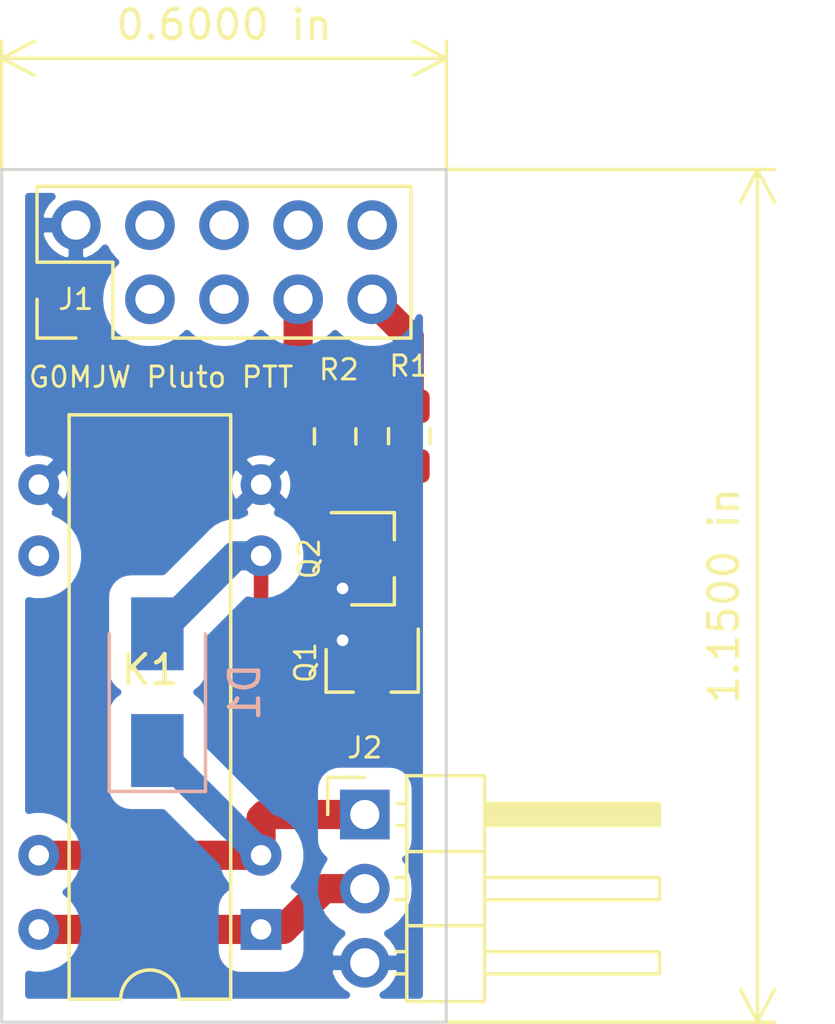
<source format=kicad_pcb>
(kicad_pcb (version 20171130) (host pcbnew "(5.1.2)-2")

  (general
    (thickness 1.6)
    (drawings 7)
    (tracks 30)
    (zones 0)
    (modules 8)
    (nets 15)
  )

  (page A4)
  (layers
    (0 F.Cu signal)
    (31 B.Cu signal)
    (32 B.Adhes user)
    (33 F.Adhes user)
    (34 B.Paste user)
    (35 F.Paste user)
    (36 B.SilkS user)
    (37 F.SilkS user)
    (38 B.Mask user)
    (39 F.Mask user)
    (40 Dwgs.User user hide)
    (41 Cmts.User user hide)
    (42 Eco1.User user)
    (43 Eco2.User user)
    (44 Edge.Cuts user)
    (45 Margin user)
    (46 B.CrtYd user)
    (47 F.CrtYd user)
    (48 B.Fab user hide)
    (49 F.Fab user hide)
  )

  (setup
    (last_trace_width 1)
    (user_trace_width 0.5)
    (user_trace_width 1)
    (user_trace_width 1.5)
    (user_trace_width 2)
    (trace_clearance 0.2)
    (zone_clearance 0.75)
    (zone_45_only no)
    (trace_min 0.2)
    (via_size 0.8)
    (via_drill 0.4)
    (via_min_size 0.4)
    (via_min_drill 0.3)
    (uvia_size 0.3)
    (uvia_drill 0.1)
    (uvias_allowed no)
    (uvia_min_size 0.2)
    (uvia_min_drill 0.1)
    (edge_width 0.05)
    (segment_width 0.2)
    (pcb_text_width 0.3)
    (pcb_text_size 1.5 1.5)
    (mod_edge_width 0.12)
    (mod_text_size 1 1)
    (mod_text_width 0.15)
    (pad_size 1.7 1.7)
    (pad_drill 0)
    (pad_to_mask_clearance 0.051)
    (solder_mask_min_width 0.25)
    (aux_axis_origin 0 0)
    (visible_elements 7FFFFFFF)
    (pcbplotparams
      (layerselection 0x010fc_ffffffff)
      (usegerberextensions false)
      (usegerberattributes false)
      (usegerberadvancedattributes false)
      (creategerberjobfile false)
      (excludeedgelayer true)
      (linewidth 0.100000)
      (plotframeref false)
      (viasonmask false)
      (mode 1)
      (useauxorigin false)
      (hpglpennumber 1)
      (hpglpenspeed 20)
      (hpglpendiameter 15.000000)
      (psnegative false)
      (psa4output false)
      (plotreference true)
      (plotvalue true)
      (plotinvisibletext false)
      (padsonsilk false)
      (subtractmaskfromsilk false)
      (outputformat 1)
      (mirror false)
      (drillshape 0)
      (scaleselection 1)
      (outputdirectory ""))
  )

  (net 0 "")
  (net 1 PTT)
  (net 2 "Net-(Q1-Pad1)")
  (net 3 "Net-(Q2-Pad1)")
  (net 4 GPIO_GND)
  (net 5 DAC3)
  (net 6 DAC1)
  (net 7 GPO2)
  (net 8 GPO3)
  (net 9 GPO1)
  (net 10 VDD_GPO)
  (net 11 GPO0)
  (net 12 ADC)
  (net 13 VCC)
  (net 14 "Net-(D1-Pad2)")

  (net_class Default "This is the default net class."
    (clearance 0.2)
    (trace_width 0.25)
    (via_dia 0.8)
    (via_drill 0.4)
    (uvia_dia 0.3)
    (uvia_drill 0.1)
    (add_net ADC)
    (add_net DAC1)
    (add_net DAC3)
    (add_net GPIO_GND)
    (add_net GPO0)
    (add_net GPO1)
    (add_net GPO2)
    (add_net GPO3)
    (add_net "Net-(D1-Pad2)")
    (add_net "Net-(Q1-Pad1)")
    (add_net "Net-(Q2-Pad1)")
    (add_net PTT)
    (add_net VCC)
    (add_net VDD_GPO)
  )

  (module Diode_SMD:D_SMA (layer B.Cu) (tedit 586432E5) (tstamp 5E0E5C24)
    (at 70.104 59.182 90)
    (descr "Diode SMA (DO-214AC)")
    (tags "Diode SMA (DO-214AC)")
    (path /5E14F73A)
    (attr smd)
    (fp_text reference D1 (at 0 3 270) (layer B.SilkS)
      (effects (font (size 1 1) (thickness 0.15)) (justify mirror))
    )
    (fp_text value 1N4148 (at 0 -3 270) (layer B.Fab)
      (effects (font (size 1 1) (thickness 0.15)) (justify mirror))
    )
    (fp_line (start -3.4 1.65) (end 2 1.65) (layer B.SilkS) (width 0.12))
    (fp_line (start -3.4 -1.65) (end 2 -1.65) (layer B.SilkS) (width 0.12))
    (fp_line (start -0.64944 -0.00102) (end 0.50118 0.79908) (layer B.Fab) (width 0.1))
    (fp_line (start -0.64944 -0.00102) (end 0.50118 -0.75032) (layer B.Fab) (width 0.1))
    (fp_line (start 0.50118 -0.75032) (end 0.50118 0.79908) (layer B.Fab) (width 0.1))
    (fp_line (start -0.64944 0.79908) (end -0.64944 -0.80112) (layer B.Fab) (width 0.1))
    (fp_line (start 0.50118 -0.00102) (end 1.4994 -0.00102) (layer B.Fab) (width 0.1))
    (fp_line (start -0.64944 -0.00102) (end -1.55114 -0.00102) (layer B.Fab) (width 0.1))
    (fp_line (start -3.5 -1.75) (end -3.5 1.75) (layer B.CrtYd) (width 0.05))
    (fp_line (start 3.5 -1.75) (end -3.5 -1.75) (layer B.CrtYd) (width 0.05))
    (fp_line (start 3.5 1.75) (end 3.5 -1.75) (layer B.CrtYd) (width 0.05))
    (fp_line (start -3.5 1.75) (end 3.5 1.75) (layer B.CrtYd) (width 0.05))
    (fp_line (start 2.3 1.5) (end -2.3 1.5) (layer B.Fab) (width 0.1))
    (fp_line (start 2.3 1.5) (end 2.3 -1.5) (layer B.Fab) (width 0.1))
    (fp_line (start -2.3 -1.5) (end -2.3 1.5) (layer B.Fab) (width 0.1))
    (fp_line (start 2.3 -1.5) (end -2.3 -1.5) (layer B.Fab) (width 0.1))
    (fp_line (start -3.4 1.65) (end -3.4 -1.65) (layer B.SilkS) (width 0.12))
    (fp_text user %R (at 0 3 270) (layer B.Fab)
      (effects (font (size 1 1) (thickness 0.15)) (justify mirror))
    )
    (pad 2 smd rect (at 2 0 90) (size 2.5 1.8) (layers B.Cu B.Paste B.Mask)
      (net 14 "Net-(D1-Pad2)"))
    (pad 1 smd rect (at -2 0 90) (size 2.5 1.8) (layers B.Cu B.Paste B.Mask)
      (net 13 VCC))
    (model ${KISYS3DMOD}/Diode_SMD.3dshapes/D_SMA.wrl
      (at (xyz 0 0 0))
      (scale (xyz 1 1 1))
      (rotate (xyz 0 0 0))
    )
  )

  (module Relay_THT:Relay_StandexMeder_DIP_LowProfile (layer F.Cu) (tedit 5E0E0891) (tstamp 5E0DF870)
    (at 73.66 67.31 180)
    (descr "package for Standex Meder DIP reed relay series, see https://standexelectronics.com/wp-content/uploads/datasheet_reed_relay_DIP.pdf")
    (tags "DIL DIP PDIP 2.54mm 7.62mm 300mil reed relay")
    (path /5DF3E046)
    (fp_text reference K1 (at 3.81 8.89) (layer F.SilkS)
      (effects (font (size 1 1) (thickness 0.15)))
    )
    (fp_text value HE721A0510 (at 3.81 18.63) (layer F.Fab)
      (effects (font (size 1 1) (thickness 0.15)))
    )
    (fp_text user %R (at 3.815 7.62) (layer F.Fab)
      (effects (font (size 1 1) (thickness 0.15)))
    )
    (fp_line (start 1.64 -2.27) (end 6.99 -2.27) (layer F.Fab) (width 0.1))
    (fp_line (start 6.99 -2.27) (end 6.99 17.51) (layer F.Fab) (width 0.1))
    (fp_line (start 6.99 17.51) (end 0.64 17.51) (layer F.Fab) (width 0.1))
    (fp_line (start 0.64 17.51) (end 0.64 -1.27) (layer F.Fab) (width 0.1))
    (fp_line (start 0.64 -1.27) (end 1.64 -2.27) (layer F.Fab) (width 0.1))
    (fp_line (start 2.81 -2.39) (end 1.04 -2.39) (layer F.SilkS) (width 0.12))
    (fp_line (start 1.04 -2.39) (end 1.04 17.63) (layer F.SilkS) (width 0.12))
    (fp_line (start 1.04 17.63) (end 6.58 17.63) (layer F.SilkS) (width 0.12))
    (fp_line (start 6.58 17.63) (end 6.58 -2.39) (layer F.SilkS) (width 0.12))
    (fp_line (start 6.58 -2.39) (end 4.81 -2.39) (layer F.SilkS) (width 0.12))
    (fp_line (start -1.1 -2.6) (end -1.1 17.8) (layer F.CrtYd) (width 0.05))
    (fp_line (start -1.1 17.8) (end 8.7 17.8) (layer F.CrtYd) (width 0.05))
    (fp_line (start 8.7 17.8) (end 8.7 -2.6) (layer F.CrtYd) (width 0.05))
    (fp_line (start 8.7 -2.6) (end -1.1 -2.6) (layer F.CrtYd) (width 0.05))
    (fp_arc (start 3.81 -2.39) (end 2.81 -2.39) (angle -180) (layer F.SilkS) (width 0.12))
    (pad 13 thru_hole circle (at 7.62 2.54 180) (size 1.4 1.4) (drill 0.7) (layers *.Cu *.Mask)
      (net 13 VCC))
    (pad 9 thru_hole circle (at 7.62 12.8 180) (size 1.4 1.4) (drill 0.7) (layers *.Cu *.Mask))
    (pad 6 thru_hole circle (at 0 12.8 180) (size 1.4 1.4) (drill 0.7) (layers *.Cu *.Mask)
      (net 14 "Net-(D1-Pad2)"))
    (pad 2 thru_hole circle (at 0 2.54 180) (size 1.4 1.4) (drill 0.7) (layers *.Cu *.Mask)
      (net 13 VCC))
    (pad 1 thru_hole rect (at 0 0 180) (size 1.4 1.4) (drill 0.7) (layers *.Cu *.Mask)
      (net 1 PTT))
    (pad 8 thru_hole circle (at 7.62 15.24 180) (size 1.4 1.4) (drill 0.7) (layers *.Cu *.Mask)
      (net 4 GPIO_GND))
    (pad 7 thru_hole circle (at 0 15.24 180) (size 1.4 1.4) (drill 0.7) (layers *.Cu *.Mask)
      (net 4 GPIO_GND))
    (pad 14 thru_hole circle (at 7.62 0 180) (size 1.4 1.4) (drill 0.7) (layers *.Cu *.Mask)
      (net 1 PTT))
    (model ${KISYS3DMOD}/Relay_THT.3dshapes/Relay_StandexMeder_DIP_LowProfile.wrl
      (at (xyz 0 0 0))
      (scale (xyz 1 1 1))
      (rotate (xyz 0 0 0))
    )
  )

  (module Connector_PinHeader_2.54mm:PinHeader_2x05_P2.54mm_Vertical (layer F.Cu) (tedit 5E0E020B) (tstamp 5E0DF811)
    (at 67.31 45.72 90)
    (descr "Through hole straight pin header, 2x05, 2.54mm pitch, double rows")
    (tags "Through hole pin header THT 2x05 2.54mm double row")
    (path /5DF47BC4)
    (fp_text reference J1 (at 0 0) (layer F.SilkS)
      (effects (font (size 0.7 0.7) (thickness 0.1)))
    )
    (fp_text value "IO Connector" (at 1.27 12.49 90) (layer F.Fab)
      (effects (font (size 1 1) (thickness 0.15)))
    )
    (fp_line (start 0 -1.27) (end 3.81 -1.27) (layer F.Fab) (width 0.1))
    (fp_line (start 3.81 -1.27) (end 3.81 11.43) (layer F.Fab) (width 0.1))
    (fp_line (start 3.81 11.43) (end -1.27 11.43) (layer F.Fab) (width 0.1))
    (fp_line (start -1.27 11.43) (end -1.27 0) (layer F.Fab) (width 0.1))
    (fp_line (start -1.27 0) (end 0 -1.27) (layer F.Fab) (width 0.1))
    (fp_line (start -1.33 11.49) (end 3.87 11.49) (layer F.SilkS) (width 0.12))
    (fp_line (start -1.33 1.27) (end -1.33 11.49) (layer F.SilkS) (width 0.12))
    (fp_line (start 3.87 -1.33) (end 3.87 11.49) (layer F.SilkS) (width 0.12))
    (fp_line (start -1.33 1.27) (end 1.27 1.27) (layer F.SilkS) (width 0.12))
    (fp_line (start 1.27 1.27) (end 1.27 -1.33) (layer F.SilkS) (width 0.12))
    (fp_line (start 1.27 -1.33) (end 3.87 -1.33) (layer F.SilkS) (width 0.12))
    (fp_line (start -1.33 0) (end -1.33 -1.33) (layer F.SilkS) (width 0.12))
    (fp_line (start -1.33 -1.33) (end 0 -1.33) (layer F.SilkS) (width 0.12))
    (fp_line (start -1.8 -1.8) (end -1.8 11.95) (layer F.CrtYd) (width 0.05))
    (fp_line (start -1.8 11.95) (end 4.35 11.95) (layer F.CrtYd) (width 0.05))
    (fp_line (start 4.35 11.95) (end 4.35 -1.8) (layer F.CrtYd) (width 0.05))
    (fp_line (start 4.35 -1.8) (end -1.8 -1.8) (layer F.CrtYd) (width 0.05))
    (fp_text user %R (at 1.27 5.08 180) (layer F.Fab)
      (effects (font (size 1 1) (thickness 0.15)))
    )
    (pad 2 thru_hole oval (at 2.54 0 90) (size 1.7 1.7) (drill 1) (layers *.Cu *.Mask)
      (net 4 GPIO_GND))
    (pad 3 thru_hole oval (at 0 2.54 90) (size 1.7 1.7) (drill 1) (layers *.Cu *.Mask)
      (net 5 DAC3))
    (pad 4 thru_hole oval (at 2.54 2.54 90) (size 1.7 1.7) (drill 1) (layers *.Cu *.Mask)
      (net 6 DAC1))
    (pad 5 thru_hole oval (at 0 5.08 90) (size 1.7 1.7) (drill 1) (layers *.Cu *.Mask)
      (net 7 GPO2))
    (pad 6 thru_hole oval (at 2.54 5.08 90) (size 1.7 1.7) (drill 1) (layers *.Cu *.Mask)
      (net 8 GPO3))
    (pad 7 thru_hole oval (at 0 7.62 90) (size 1.7 1.7) (drill 1) (layers *.Cu *.Mask)
      (net 9 GPO1))
    (pad 8 thru_hole oval (at 2.54 7.62 90) (size 1.7 1.7) (drill 1) (layers *.Cu *.Mask)
      (net 10 VDD_GPO))
    (pad 9 thru_hole oval (at 0 10.16 90) (size 1.7 1.7) (drill 1) (layers *.Cu *.Mask)
      (net 11 GPO0))
    (pad 10 thru_hole oval (at 2.54 10.16 90) (size 1.7 1.7) (drill 1) (layers *.Cu *.Mask)
      (net 12 ADC))
    (model ${KISYS3DMOD}/Connector_PinHeader_2.54mm.3dshapes/PinHeader_1x04_P2.54mm_Vertical.wrl
      (offset (xyz 0 -2.504 -1.6))
      (scale (xyz 1 1 1))
      (rotate (xyz 0 180 0))
    )
    (model ${KISYS3DMOD}/Connector_PinHeader_2.54mm.3dshapes/PinHeader_1x05_P2.54mm_Vertical.wrl
      (offset (xyz 2.54 0 -1.6))
      (scale (xyz 1 1 1))
      (rotate (xyz 0 180 0))
    )
  )

  (module Package_TO_SOT_SMD:SOT-23 (layer F.Cu) (tedit 5A02FF57) (tstamp 5DF412B0)
    (at 77.47 58.42 270)
    (descr "SOT-23, Standard")
    (tags SOT-23)
    (path /5DF46CB0)
    (attr smd)
    (fp_text reference Q1 (at -0.254 2.286 270) (layer F.SilkS)
      (effects (font (size 0.7 0.7) (thickness 0.1)))
    )
    (fp_text value MMBT3904 (at 0 2.5 90) (layer F.Fab)
      (effects (font (size 1 1) (thickness 0.15)))
    )
    (fp_text user %R (at 0 0) (layer F.Fab)
      (effects (font (size 0.5 0.5) (thickness 0.075)))
    )
    (fp_line (start -0.7 -0.95) (end -0.7 1.5) (layer F.Fab) (width 0.1))
    (fp_line (start -0.15 -1.52) (end 0.7 -1.52) (layer F.Fab) (width 0.1))
    (fp_line (start -0.7 -0.95) (end -0.15 -1.52) (layer F.Fab) (width 0.1))
    (fp_line (start 0.7 -1.52) (end 0.7 1.52) (layer F.Fab) (width 0.1))
    (fp_line (start -0.7 1.52) (end 0.7 1.52) (layer F.Fab) (width 0.1))
    (fp_line (start 0.76 1.58) (end 0.76 0.65) (layer F.SilkS) (width 0.12))
    (fp_line (start 0.76 -1.58) (end 0.76 -0.65) (layer F.SilkS) (width 0.12))
    (fp_line (start -1.7 -1.75) (end 1.7 -1.75) (layer F.CrtYd) (width 0.05))
    (fp_line (start 1.7 -1.75) (end 1.7 1.75) (layer F.CrtYd) (width 0.05))
    (fp_line (start 1.7 1.75) (end -1.7 1.75) (layer F.CrtYd) (width 0.05))
    (fp_line (start -1.7 1.75) (end -1.7 -1.75) (layer F.CrtYd) (width 0.05))
    (fp_line (start 0.76 -1.58) (end -1.4 -1.58) (layer F.SilkS) (width 0.12))
    (fp_line (start 0.76 1.58) (end -0.7 1.58) (layer F.SilkS) (width 0.12))
    (pad 1 smd rect (at -1 -0.95 270) (size 0.9 0.8) (layers F.Cu F.Paste F.Mask)
      (net 2 "Net-(Q1-Pad1)"))
    (pad 2 smd rect (at -1 0.95 270) (size 0.9 0.8) (layers F.Cu F.Paste F.Mask)
      (net 4 GPIO_GND))
    (pad 3 smd rect (at 1 0 270) (size 0.9 0.8) (layers F.Cu F.Paste F.Mask)
      (net 14 "Net-(D1-Pad2)"))
    (model ${KISYS3DMOD}/Package_TO_SOT_SMD.3dshapes/SOT-23.wrl
      (at (xyz 0 0 0))
      (scale (xyz 1 1 1))
      (rotate (xyz 0 0 0))
    )
  )

  (module Resistor_SMD:R_0805_2012Metric_Pad1.15x1.40mm_HandSolder (layer F.Cu) (tedit 5B36C52B) (tstamp 5DF40FFF)
    (at 78.74 50.41 90)
    (descr "Resistor SMD 0805 (2012 Metric), square (rectangular) end terminal, IPC_7351 nominal with elongated pad for handsoldering. (Body size source: https://docs.google.com/spreadsheets/d/1BsfQQcO9C6DZCsRaXUlFlo91Tg2WpOkGARC1WS5S8t0/edit?usp=sharing), generated with kicad-footprint-generator")
    (tags "resistor handsolder")
    (path /5DF4265A)
    (attr smd)
    (fp_text reference R1 (at 2.404 0 180) (layer F.SilkS)
      (effects (font (size 0.7 0.7) (thickness 0.1)))
    )
    (fp_text value 4k7 (at 0 1.65 90) (layer F.Fab)
      (effects (font (size 1 1) (thickness 0.15)))
    )
    (fp_line (start -1 0.6) (end -1 -0.6) (layer F.Fab) (width 0.1))
    (fp_line (start -1 -0.6) (end 1 -0.6) (layer F.Fab) (width 0.1))
    (fp_line (start 1 -0.6) (end 1 0.6) (layer F.Fab) (width 0.1))
    (fp_line (start 1 0.6) (end -1 0.6) (layer F.Fab) (width 0.1))
    (fp_line (start -0.261252 -0.71) (end 0.261252 -0.71) (layer F.SilkS) (width 0.12))
    (fp_line (start -0.261252 0.71) (end 0.261252 0.71) (layer F.SilkS) (width 0.12))
    (fp_line (start -1.85 0.95) (end -1.85 -0.95) (layer F.CrtYd) (width 0.05))
    (fp_line (start -1.85 -0.95) (end 1.85 -0.95) (layer F.CrtYd) (width 0.05))
    (fp_line (start 1.85 -0.95) (end 1.85 0.95) (layer F.CrtYd) (width 0.05))
    (fp_line (start 1.85 0.95) (end -1.85 0.95) (layer F.CrtYd) (width 0.05))
    (fp_text user %R (at 0 0 90) (layer F.Fab)
      (effects (font (size 0.5 0.5) (thickness 0.08)))
    )
    (pad 1 smd roundrect (at -1.025 0 90) (size 1.15 1.4) (layers F.Cu F.Paste F.Mask) (roundrect_rratio 0.217391)
      (net 2 "Net-(Q1-Pad1)"))
    (pad 2 smd roundrect (at 1.025 0 90) (size 1.15 1.4) (layers F.Cu F.Paste F.Mask) (roundrect_rratio 0.217391)
      (net 11 GPO0))
    (model ${KISYS3DMOD}/Resistor_SMD.3dshapes/R_0805_2012Metric.wrl
      (at (xyz 0 0 0))
      (scale (xyz 1 1 1))
      (rotate (xyz 0 0 0))
    )
  )

  (module Package_TO_SOT_SMD:SOT-23 (layer F.Cu) (tedit 5A02FF57) (tstamp 5DF4C4C8)
    (at 77.47 54.61)
    (descr "SOT-23, Standard")
    (tags SOT-23)
    (path /5DF4D748)
    (attr smd)
    (fp_text reference Q2 (at -2.159 0 90) (layer F.SilkS)
      (effects (font (size 0.7 0.7) (thickness 0.1)))
    )
    (fp_text value MMBT3904 (at 0 2.5) (layer F.Fab)
      (effects (font (size 1 1) (thickness 0.15)))
    )
    (fp_text user %R (at 0 0 -270) (layer F.Fab)
      (effects (font (size 0.5 0.5) (thickness 0.075)))
    )
    (fp_line (start -0.7 -0.95) (end -0.7 1.5) (layer F.Fab) (width 0.1))
    (fp_line (start -0.15 -1.52) (end 0.7 -1.52) (layer F.Fab) (width 0.1))
    (fp_line (start -0.7 -0.95) (end -0.15 -1.52) (layer F.Fab) (width 0.1))
    (fp_line (start 0.7 -1.52) (end 0.7 1.52) (layer F.Fab) (width 0.1))
    (fp_line (start -0.7 1.52) (end 0.7 1.52) (layer F.Fab) (width 0.1))
    (fp_line (start 0.76 1.58) (end 0.76 0.65) (layer F.SilkS) (width 0.12))
    (fp_line (start 0.76 -1.58) (end 0.76 -0.65) (layer F.SilkS) (width 0.12))
    (fp_line (start -1.7 -1.75) (end 1.7 -1.75) (layer F.CrtYd) (width 0.05))
    (fp_line (start 1.7 -1.75) (end 1.7 1.75) (layer F.CrtYd) (width 0.05))
    (fp_line (start 1.7 1.75) (end -1.7 1.75) (layer F.CrtYd) (width 0.05))
    (fp_line (start -1.7 1.75) (end -1.7 -1.75) (layer F.CrtYd) (width 0.05))
    (fp_line (start 0.76 -1.58) (end -1.4 -1.58) (layer F.SilkS) (width 0.12))
    (fp_line (start 0.76 1.58) (end -0.7 1.58) (layer F.SilkS) (width 0.12))
    (pad 1 smd rect (at -1 -0.95) (size 0.9 0.8) (layers F.Cu F.Paste F.Mask)
      (net 3 "Net-(Q2-Pad1)"))
    (pad 2 smd rect (at -1 0.95) (size 0.9 0.8) (layers F.Cu F.Paste F.Mask)
      (net 4 GPIO_GND))
    (pad 3 smd rect (at 1 0) (size 0.9 0.8) (layers F.Cu F.Paste F.Mask)
      (net 2 "Net-(Q1-Pad1)"))
    (model ${KISYS3DMOD}/Package_TO_SOT_SMD.3dshapes/SOT-23.wrl
      (at (xyz 0 0 0))
      (scale (xyz 1 1 1))
      (rotate (xyz 0 0 0))
    )
  )

  (module Connector_PinHeader_2.54mm:PinHeader_1x03_P2.54mm_Horizontal (layer F.Cu) (tedit 59FED5CB) (tstamp 5E0DF86F)
    (at 77.216 63.373)
    (descr "Through hole angled pin header, 1x03, 2.54mm pitch, 6mm pin length, single row")
    (tags "Through hole angled pin header THT 1x03 2.54mm single row")
    (path /5E0E6332)
    (fp_text reference J2 (at 0 -2.286) (layer F.SilkS)
      (effects (font (size 0.7 0.7) (thickness 0.1)))
    )
    (fp_text value "PTT Connector" (at 4.385 7.35) (layer F.Fab)
      (effects (font (size 1 1) (thickness 0.15)))
    )
    (fp_line (start 2.135 -1.27) (end 4.04 -1.27) (layer F.Fab) (width 0.1))
    (fp_line (start 4.04 -1.27) (end 4.04 6.35) (layer F.Fab) (width 0.1))
    (fp_line (start 4.04 6.35) (end 1.5 6.35) (layer F.Fab) (width 0.1))
    (fp_line (start 1.5 6.35) (end 1.5 -0.635) (layer F.Fab) (width 0.1))
    (fp_line (start 1.5 -0.635) (end 2.135 -1.27) (layer F.Fab) (width 0.1))
    (fp_line (start -0.32 -0.32) (end 1.5 -0.32) (layer F.Fab) (width 0.1))
    (fp_line (start -0.32 -0.32) (end -0.32 0.32) (layer F.Fab) (width 0.1))
    (fp_line (start -0.32 0.32) (end 1.5 0.32) (layer F.Fab) (width 0.1))
    (fp_line (start 4.04 -0.32) (end 10.04 -0.32) (layer F.Fab) (width 0.1))
    (fp_line (start 10.04 -0.32) (end 10.04 0.32) (layer F.Fab) (width 0.1))
    (fp_line (start 4.04 0.32) (end 10.04 0.32) (layer F.Fab) (width 0.1))
    (fp_line (start -0.32 2.22) (end 1.5 2.22) (layer F.Fab) (width 0.1))
    (fp_line (start -0.32 2.22) (end -0.32 2.86) (layer F.Fab) (width 0.1))
    (fp_line (start -0.32 2.86) (end 1.5 2.86) (layer F.Fab) (width 0.1))
    (fp_line (start 4.04 2.22) (end 10.04 2.22) (layer F.Fab) (width 0.1))
    (fp_line (start 10.04 2.22) (end 10.04 2.86) (layer F.Fab) (width 0.1))
    (fp_line (start 4.04 2.86) (end 10.04 2.86) (layer F.Fab) (width 0.1))
    (fp_line (start -0.32 4.76) (end 1.5 4.76) (layer F.Fab) (width 0.1))
    (fp_line (start -0.32 4.76) (end -0.32 5.4) (layer F.Fab) (width 0.1))
    (fp_line (start -0.32 5.4) (end 1.5 5.4) (layer F.Fab) (width 0.1))
    (fp_line (start 4.04 4.76) (end 10.04 4.76) (layer F.Fab) (width 0.1))
    (fp_line (start 10.04 4.76) (end 10.04 5.4) (layer F.Fab) (width 0.1))
    (fp_line (start 4.04 5.4) (end 10.04 5.4) (layer F.Fab) (width 0.1))
    (fp_line (start 1.44 -1.33) (end 1.44 6.41) (layer F.SilkS) (width 0.12))
    (fp_line (start 1.44 6.41) (end 4.1 6.41) (layer F.SilkS) (width 0.12))
    (fp_line (start 4.1 6.41) (end 4.1 -1.33) (layer F.SilkS) (width 0.12))
    (fp_line (start 4.1 -1.33) (end 1.44 -1.33) (layer F.SilkS) (width 0.12))
    (fp_line (start 4.1 -0.38) (end 10.1 -0.38) (layer F.SilkS) (width 0.12))
    (fp_line (start 10.1 -0.38) (end 10.1 0.38) (layer F.SilkS) (width 0.12))
    (fp_line (start 10.1 0.38) (end 4.1 0.38) (layer F.SilkS) (width 0.12))
    (fp_line (start 4.1 -0.32) (end 10.1 -0.32) (layer F.SilkS) (width 0.12))
    (fp_line (start 4.1 -0.2) (end 10.1 -0.2) (layer F.SilkS) (width 0.12))
    (fp_line (start 4.1 -0.08) (end 10.1 -0.08) (layer F.SilkS) (width 0.12))
    (fp_line (start 4.1 0.04) (end 10.1 0.04) (layer F.SilkS) (width 0.12))
    (fp_line (start 4.1 0.16) (end 10.1 0.16) (layer F.SilkS) (width 0.12))
    (fp_line (start 4.1 0.28) (end 10.1 0.28) (layer F.SilkS) (width 0.12))
    (fp_line (start 1.11 -0.38) (end 1.44 -0.38) (layer F.SilkS) (width 0.12))
    (fp_line (start 1.11 0.38) (end 1.44 0.38) (layer F.SilkS) (width 0.12))
    (fp_line (start 1.44 1.27) (end 4.1 1.27) (layer F.SilkS) (width 0.12))
    (fp_line (start 4.1 2.16) (end 10.1 2.16) (layer F.SilkS) (width 0.12))
    (fp_line (start 10.1 2.16) (end 10.1 2.92) (layer F.SilkS) (width 0.12))
    (fp_line (start 10.1 2.92) (end 4.1 2.92) (layer F.SilkS) (width 0.12))
    (fp_line (start 1.042929 2.16) (end 1.44 2.16) (layer F.SilkS) (width 0.12))
    (fp_line (start 1.042929 2.92) (end 1.44 2.92) (layer F.SilkS) (width 0.12))
    (fp_line (start 1.44 3.81) (end 4.1 3.81) (layer F.SilkS) (width 0.12))
    (fp_line (start 4.1 4.7) (end 10.1 4.7) (layer F.SilkS) (width 0.12))
    (fp_line (start 10.1 4.7) (end 10.1 5.46) (layer F.SilkS) (width 0.12))
    (fp_line (start 10.1 5.46) (end 4.1 5.46) (layer F.SilkS) (width 0.12))
    (fp_line (start 1.042929 4.7) (end 1.44 4.7) (layer F.SilkS) (width 0.12))
    (fp_line (start 1.042929 5.46) (end 1.44 5.46) (layer F.SilkS) (width 0.12))
    (fp_line (start -1.27 0) (end -1.27 -1.27) (layer F.SilkS) (width 0.12))
    (fp_line (start -1.27 -1.27) (end 0 -1.27) (layer F.SilkS) (width 0.12))
    (fp_line (start -1.8 -1.8) (end -1.8 6.85) (layer F.CrtYd) (width 0.05))
    (fp_line (start -1.8 6.85) (end 10.55 6.85) (layer F.CrtYd) (width 0.05))
    (fp_line (start 10.55 6.85) (end 10.55 -1.8) (layer F.CrtYd) (width 0.05))
    (fp_line (start 10.55 -1.8) (end -1.8 -1.8) (layer F.CrtYd) (width 0.05))
    (fp_text user %R (at 2.77 2.54 90) (layer F.Fab)
      (effects (font (size 1 1) (thickness 0.15)))
    )
    (pad 1 thru_hole rect (at 0 0) (size 1.7 1.7) (drill 1) (layers *.Cu *.Mask)
      (net 13 VCC))
    (pad 2 thru_hole oval (at 0 2.54) (size 1.7 1.7) (drill 1) (layers *.Cu *.Mask)
      (net 1 PTT))
    (pad 3 thru_hole oval (at 0 5.08) (size 1.7 1.7) (drill 1) (layers *.Cu *.Mask)
      (net 4 GPIO_GND))
    (model ${KISYS3DMOD}/Connector_PinHeader_2.54mm.3dshapes/PinHeader_1x03_P2.54mm_Horizontal.wrl
      (at (xyz 0 0 0))
      (scale (xyz 1 1 1))
      (rotate (xyz 0 0 0))
    )
  )

  (module Resistor_SMD:R_0805_2012Metric_Pad1.15x1.40mm_HandSolder (layer F.Cu) (tedit 5B36C52B) (tstamp 5E0DFFAC)
    (at 76.2 50.419 90)
    (descr "Resistor SMD 0805 (2012 Metric), square (rectangular) end terminal, IPC_7351 nominal with elongated pad for handsoldering. (Body size source: https://docs.google.com/spreadsheets/d/1BsfQQcO9C6DZCsRaXUlFlo91Tg2WpOkGARC1WS5S8t0/edit?usp=sharing), generated with kicad-footprint-generator")
    (tags "resistor handsolder")
    (path /5DF45CC4)
    (attr smd)
    (fp_text reference R2 (at 2.286 0.127 180) (layer F.SilkS)
      (effects (font (size 0.7 0.7) (thickness 0.1)))
    )
    (fp_text value 4k7 (at 0 1.65 90) (layer F.Fab)
      (effects (font (size 1 1) (thickness 0.15)))
    )
    (fp_line (start -1 0.6) (end -1 -0.6) (layer F.Fab) (width 0.1))
    (fp_line (start -1 -0.6) (end 1 -0.6) (layer F.Fab) (width 0.1))
    (fp_line (start 1 -0.6) (end 1 0.6) (layer F.Fab) (width 0.1))
    (fp_line (start 1 0.6) (end -1 0.6) (layer F.Fab) (width 0.1))
    (fp_line (start -0.261252 -0.71) (end 0.261252 -0.71) (layer F.SilkS) (width 0.12))
    (fp_line (start -0.261252 0.71) (end 0.261252 0.71) (layer F.SilkS) (width 0.12))
    (fp_line (start -1.85 0.95) (end -1.85 -0.95) (layer F.CrtYd) (width 0.05))
    (fp_line (start -1.85 -0.95) (end 1.85 -0.95) (layer F.CrtYd) (width 0.05))
    (fp_line (start 1.85 -0.95) (end 1.85 0.95) (layer F.CrtYd) (width 0.05))
    (fp_line (start 1.85 0.95) (end -1.85 0.95) (layer F.CrtYd) (width 0.05))
    (fp_text user %R (at 0 0 90) (layer F.Fab)
      (effects (font (size 0.5 0.5) (thickness 0.08)))
    )
    (pad 1 smd roundrect (at -1.025 0 90) (size 1.15 1.4) (layers F.Cu F.Paste F.Mask) (roundrect_rratio 0.217391)
      (net 3 "Net-(Q2-Pad1)"))
    (pad 2 smd roundrect (at 1.025 0 90) (size 1.15 1.4) (layers F.Cu F.Paste F.Mask) (roundrect_rratio 0.217391)
      (net 9 GPO1))
    (model ${KISYS3DMOD}/Resistor_SMD.3dshapes/R_0805_2012Metric.wrl
      (at (xyz 0 0 0))
      (scale (xyz 1 1 1))
      (rotate (xyz 0 0 0))
    )
  )

  (dimension 15.24 (width 0.12) (layer F.SilkS)
    (gr_text "15.240 mm" (at 72.39 36.195) (layer F.SilkS)
      (effects (font (size 1 1) (thickness 0.15)))
    )
    (feature1 (pts (xy 64.77 41.275) (xy 64.77 36.878579)))
    (feature2 (pts (xy 80.01 41.275) (xy 80.01 36.878579)))
    (crossbar (pts (xy 80.01 37.465) (xy 64.77 37.465)))
    (arrow1a (pts (xy 64.77 37.465) (xy 65.896504 36.878579)))
    (arrow1b (pts (xy 64.77 37.465) (xy 65.896504 38.051421)))
    (arrow2a (pts (xy 80.01 37.465) (xy 78.883496 36.878579)))
    (arrow2b (pts (xy 80.01 37.465) (xy 78.883496 38.051421)))
  )
  (dimension 29.21 (width 0.12) (layer F.SilkS)
    (gr_text "29.210 mm" (at 91.948 55.88 270) (layer F.SilkS)
      (effects (font (size 1 1) (thickness 0.15)))
    )
    (feature1 (pts (xy 80.01 70.485) (xy 91.264421 70.485)))
    (feature2 (pts (xy 80.01 41.275) (xy 91.264421 41.275)))
    (crossbar (pts (xy 90.678 41.275) (xy 90.678 70.485)))
    (arrow1a (pts (xy 90.678 70.485) (xy 90.091579 69.358496)))
    (arrow1b (pts (xy 90.678 70.485) (xy 91.264421 69.358496)))
    (arrow2a (pts (xy 90.678 41.275) (xy 90.091579 42.401504)))
    (arrow2b (pts (xy 90.678 41.275) (xy 91.264421 42.401504)))
  )
  (gr_text "G0MJW Pluto PTT" (at 70.231 48.387) (layer F.SilkS)
    (effects (font (size 0.7 0.7) (thickness 0.1)))
  )
  (gr_line (start 80.01 41.275) (end 64.77 41.275) (layer Edge.Cuts) (width 0.1))
  (gr_line (start 80.01 70.485) (end 80.01 41.275) (layer Edge.Cuts) (width 0.1))
  (gr_line (start 64.77 70.485) (end 80.01 70.485) (layer Edge.Cuts) (width 0.1))
  (gr_line (start 64.77 41.275) (end 64.77 70.485) (layer Edge.Cuts) (width 0.1))

  (via (at 76.454 57.404) (size 0.8) (drill 0.4) (layers F.Cu B.Cu) (net 4))
  (via (at 76.454 55.626) (size 0.8) (drill 0.4) (layers F.Cu B.Cu) (net 4))
  (segment (start 73.66 67.31) (end 66.04 67.31) (width 1) (layer F.Cu) (net 1) (status 30))
  (segment (start 73.66 67.31) (end 74.422 67.31) (width 1) (layer F.Cu) (net 1))
  (segment (start 75.819 65.913) (end 77.216 65.913) (width 1) (layer F.Cu) (net 1))
  (segment (start 74.422 67.31) (end 75.819 65.913) (width 1) (layer F.Cu) (net 1))
  (segment (start 78.47 57.47) (end 78.38 57.47) (width 0.5) (layer F.Cu) (net 2) (status 30))
  (segment (start 78.47 57.37) (end 78.42 57.42) (width 0.5) (layer F.Cu) (net 2) (status 30))
  (segment (start 78.47 54.61) (end 78.47 57.37) (width 0.5) (layer F.Cu) (net 2) (status 30))
  (segment (start 78.74 54.34) (end 78.47 54.61) (width 0.5) (layer F.Cu) (net 2))
  (segment (start 78.74 51.435) (end 78.74 54.34) (width 0.5) (layer F.Cu) (net 2))
  (segment (start 76.2 53.39) (end 76.47 53.66) (width 0.5) (layer F.Cu) (net 3))
  (segment (start 76.2 51.444) (end 76.2 53.39) (width 0.5) (layer F.Cu) (net 3))
  (segment (start 76.454 57.354) (end 76.52 57.42) (width 0.5) (layer F.Cu) (net 4))
  (segment (start 76.454 55.626) (end 76.454 57.354) (width 0.5) (layer F.Cu) (net 4))
  (segment (start 74.93 47.87) (end 74.93 45.72) (width 1) (layer F.Cu) (net 9))
  (segment (start 76.2 49.394) (end 74.93 47.87) (width 1) (layer F.Cu) (net 9))
  (segment (start 78.74 46.99) (end 77.47 45.72) (width 1) (layer F.Cu) (net 11))
  (segment (start 78.74 49.385) (end 78.74 46.99) (width 1) (layer F.Cu) (net 11))
  (segment (start 77.47 59.42) (end 74.66 59.42) (width 0.5) (layer F.Cu) (net 14) (status 10))
  (segment (start 73.66 58.42) (end 73.66 54.51) (width 0.5) (layer F.Cu) (net 14) (status 20))
  (segment (start 74.66 59.42) (end 73.66 58.42) (width 0.5) (layer F.Cu) (net 14))
  (segment (start 73.66 64.77) (end 66.04 64.77) (width 1) (layer F.Cu) (net 13))
  (segment (start 73.66 64.77) (end 73.66 63.5) (width 1) (layer F.Cu) (net 13))
  (segment (start 73.787 63.373) (end 77.216 63.373) (width 1) (layer F.Cu) (net 13))
  (segment (start 73.66 63.5) (end 73.787 63.373) (width 1) (layer F.Cu) (net 13))
  (segment (start 73.66 64.738) (end 70.104 61.182) (width 1) (layer B.Cu) (net 13))
  (segment (start 73.66 64.77) (end 73.66 64.738) (width 1) (layer B.Cu) (net 13))
  (segment (start 72.776 54.51) (end 70.104 57.182) (width 1) (layer B.Cu) (net 14))
  (segment (start 73.66 54.51) (end 72.776 54.51) (width 1) (layer B.Cu) (net 14))

  (zone (net 4) (net_name GPIO_GND) (layer B.Cu) (tstamp 0) (hatch edge 0.508)
    (connect_pads (clearance 0.75))
    (min_thickness 0.254)
    (fill yes (arc_segments 32) (thermal_gap 0.3) (thermal_bridge_width 0.5) (smoothing chamfer))
    (polygon
      (pts
        (xy 64.77 41.275) (xy 80.01 41.275) (xy 80.01 70.485) (xy 64.77 70.485)
      )
    )
    (filled_polygon
      (pts
        (xy 66.460118 42.226876) (xy 66.290503 42.410994) (xy 66.160067 42.624664) (xy 66.073822 42.859675) (xy 66.145682 43.057)
        (xy 67.187 43.057) (xy 67.187 43.037) (xy 67.433 43.037) (xy 67.433 43.057) (xy 67.453 43.057)
        (xy 67.453 43.303) (xy 67.433 43.303) (xy 67.433 44.343768) (xy 67.630324 44.416173) (xy 67.730443 44.385808)
        (xy 67.957606 44.280614) (xy 68.159882 44.133124) (xy 68.312614 43.967333) (xy 68.407104 44.144112) (xy 68.622918 44.407082)
        (xy 68.675214 44.45) (xy 68.622918 44.492918) (xy 68.407104 44.755888) (xy 68.24674 45.055908) (xy 68.147988 45.381449)
        (xy 68.114644 45.72) (xy 68.147988 46.058551) (xy 68.24674 46.384092) (xy 68.407104 46.684112) (xy 68.622918 46.947082)
        (xy 68.885888 47.162896) (xy 69.185908 47.32326) (xy 69.511449 47.422012) (xy 69.765159 47.447) (xy 69.934841 47.447)
        (xy 70.188551 47.422012) (xy 70.514092 47.32326) (xy 70.814112 47.162896) (xy 71.077082 46.947082) (xy 71.12 46.894786)
        (xy 71.162918 46.947082) (xy 71.425888 47.162896) (xy 71.725908 47.32326) (xy 72.051449 47.422012) (xy 72.305159 47.447)
        (xy 72.474841 47.447) (xy 72.728551 47.422012) (xy 73.054092 47.32326) (xy 73.354112 47.162896) (xy 73.617082 46.947082)
        (xy 73.66 46.894786) (xy 73.702918 46.947082) (xy 73.965888 47.162896) (xy 74.265908 47.32326) (xy 74.591449 47.422012)
        (xy 74.845159 47.447) (xy 75.014841 47.447) (xy 75.268551 47.422012) (xy 75.594092 47.32326) (xy 75.894112 47.162896)
        (xy 76.157082 46.947082) (xy 76.2 46.894786) (xy 76.242918 46.947082) (xy 76.505888 47.162896) (xy 76.805908 47.32326)
        (xy 77.131449 47.422012) (xy 77.385159 47.447) (xy 77.554841 47.447) (xy 77.808551 47.422012) (xy 78.134092 47.32326)
        (xy 78.434112 47.162896) (xy 78.697082 46.947082) (xy 78.912896 46.684112) (xy 79.07326 46.384092) (xy 79.083001 46.351981)
        (xy 79.083 69.558) (xy 77.844942 69.558) (xy 77.985006 69.472497) (xy 78.169124 69.302882) (xy 78.316614 69.100606)
        (xy 78.421808 68.873443) (xy 78.452173 68.773324) (xy 78.379768 68.576) (xy 77.339 68.576) (xy 77.339 68.596)
        (xy 77.093 68.596) (xy 77.093 68.576) (xy 76.052232 68.576) (xy 75.979827 68.773324) (xy 76.010192 68.873443)
        (xy 76.115386 69.100606) (xy 76.262876 69.302882) (xy 76.446994 69.472497) (xy 76.587058 69.558) (xy 65.697 69.558)
        (xy 65.697 68.849668) (xy 65.884679 68.887) (xy 66.195321 68.887) (xy 66.499994 68.826396) (xy 66.786989 68.707519)
        (xy 67.045279 68.534936) (xy 67.264936 68.315279) (xy 67.437519 68.056989) (xy 67.556396 67.769994) (xy 67.617 67.465321)
        (xy 67.617 67.154679) (xy 67.556396 66.850006) (xy 67.437519 66.563011) (xy 67.264936 66.304721) (xy 67.045279 66.085064)
        (xy 66.977836 66.04) (xy 67.045279 65.994936) (xy 67.264936 65.775279) (xy 67.437519 65.516989) (xy 67.556396 65.229994)
        (xy 67.617 64.925321) (xy 67.617 64.614679) (xy 67.556396 64.310006) (xy 67.437519 64.023011) (xy 67.264936 63.764721)
        (xy 67.045279 63.545064) (xy 66.786989 63.372481) (xy 66.499994 63.253604) (xy 66.195321 63.193) (xy 65.884679 63.193)
        (xy 65.697 63.230332) (xy 65.697 56.049668) (xy 65.884679 56.087) (xy 66.195321 56.087) (xy 66.499994 56.026396)
        (xy 66.727886 55.932) (xy 68.322757 55.932) (xy 68.322757 58.432) (xy 68.33969 58.603922) (xy 68.389838 58.769237)
        (xy 68.471273 58.921592) (xy 68.580867 59.055133) (xy 68.714408 59.164727) (xy 68.746724 59.182) (xy 68.714408 59.199273)
        (xy 68.580867 59.308867) (xy 68.471273 59.442408) (xy 68.389838 59.594763) (xy 68.33969 59.760078) (xy 68.322757 59.932)
        (xy 68.322757 62.432) (xy 68.33969 62.603922) (xy 68.389838 62.769237) (xy 68.471273 62.921592) (xy 68.580867 63.055133)
        (xy 68.714408 63.164727) (xy 68.866763 63.246162) (xy 69.032078 63.29631) (xy 69.204 63.313243) (xy 70.287872 63.313243)
        (xy 72.128453 65.153825) (xy 72.143604 65.229994) (xy 72.262481 65.516989) (xy 72.435064 65.775279) (xy 72.513842 65.854057)
        (xy 72.470408 65.877273) (xy 72.336867 65.986867) (xy 72.227273 66.120408) (xy 72.145838 66.272763) (xy 72.09569 66.438078)
        (xy 72.078757 66.61) (xy 72.078757 68.01) (xy 72.09569 68.181922) (xy 72.145838 68.347237) (xy 72.227273 68.499592)
        (xy 72.336867 68.633133) (xy 72.470408 68.742727) (xy 72.622763 68.824162) (xy 72.788078 68.87431) (xy 72.96 68.891243)
        (xy 74.36 68.891243) (xy 74.531922 68.87431) (xy 74.697237 68.824162) (xy 74.849592 68.742727) (xy 74.983133 68.633133)
        (xy 75.092727 68.499592) (xy 75.174162 68.347237) (xy 75.22431 68.181922) (xy 75.241243 68.01) (xy 75.241243 66.61)
        (xy 75.22431 66.438078) (xy 75.174162 66.272763) (xy 75.092727 66.120408) (xy 74.983133 65.986867) (xy 74.893126 65.913)
        (xy 75.480644 65.913) (xy 75.513988 66.251551) (xy 75.61274 66.577092) (xy 75.773104 66.877112) (xy 75.988918 67.140082)
        (xy 76.251888 67.355896) (xy 76.428667 67.450386) (xy 76.262876 67.603118) (xy 76.115386 67.805394) (xy 76.010192 68.032557)
        (xy 75.979827 68.132676) (xy 76.052232 68.33) (xy 77.093 68.33) (xy 77.093 68.31) (xy 77.339 68.31)
        (xy 77.339 68.33) (xy 78.379768 68.33) (xy 78.452173 68.132676) (xy 78.421808 68.032557) (xy 78.316614 67.805394)
        (xy 78.169124 67.603118) (xy 78.003333 67.450386) (xy 78.180112 67.355896) (xy 78.443082 67.140082) (xy 78.658896 66.877112)
        (xy 78.81926 66.577092) (xy 78.918012 66.251551) (xy 78.951356 65.913) (xy 78.918012 65.574449) (xy 78.81926 65.248908)
        (xy 78.658896 64.948888) (xy 78.620675 64.902315) (xy 78.689133 64.846133) (xy 78.798727 64.712592) (xy 78.880162 64.560237)
        (xy 78.93031 64.394922) (xy 78.947243 64.223) (xy 78.947243 62.523) (xy 78.93031 62.351078) (xy 78.880162 62.185763)
        (xy 78.798727 62.033408) (xy 78.689133 61.899867) (xy 78.555592 61.790273) (xy 78.403237 61.708838) (xy 78.237922 61.65869)
        (xy 78.066 61.641757) (xy 76.366 61.641757) (xy 76.194078 61.65869) (xy 76.028763 61.708838) (xy 75.876408 61.790273)
        (xy 75.742867 61.899867) (xy 75.633273 62.033408) (xy 75.551838 62.185763) (xy 75.50169 62.351078) (xy 75.484757 62.523)
        (xy 75.484757 64.223) (xy 75.50169 64.394922) (xy 75.551838 64.560237) (xy 75.633273 64.712592) (xy 75.742867 64.846133)
        (xy 75.811325 64.902315) (xy 75.773104 64.948888) (xy 75.61274 65.248908) (xy 75.513988 65.574449) (xy 75.480644 65.913)
        (xy 74.893126 65.913) (xy 74.849592 65.877273) (xy 74.806158 65.854057) (xy 74.884936 65.775279) (xy 75.057519 65.516989)
        (xy 75.176396 65.229994) (xy 75.237 64.925321) (xy 75.237 64.614679) (xy 75.176396 64.310006) (xy 75.057519 64.023011)
        (xy 74.884936 63.764721) (xy 74.665279 63.545064) (xy 74.406989 63.372481) (xy 74.125084 63.255712) (xy 71.885243 61.015872)
        (xy 71.885243 59.932) (xy 71.86831 59.760078) (xy 71.818162 59.594763) (xy 71.736727 59.442408) (xy 71.627133 59.308867)
        (xy 71.493592 59.199273) (xy 71.461276 59.182) (xy 71.493592 59.164727) (xy 71.627133 59.055133) (xy 71.736727 58.921592)
        (xy 71.818162 58.769237) (xy 71.86831 58.603922) (xy 71.885243 58.432) (xy 71.885243 57.348128) (xy 73.205819 56.027552)
        (xy 73.504679 56.087) (xy 73.815321 56.087) (xy 74.119994 56.026396) (xy 74.406989 55.907519) (xy 74.665279 55.734936)
        (xy 74.884936 55.515279) (xy 75.057519 55.256989) (xy 75.176396 54.969994) (xy 75.237 54.665321) (xy 75.237 54.354679)
        (xy 75.176396 54.050006) (xy 75.057519 53.763011) (xy 74.884936 53.504721) (xy 74.665279 53.285064) (xy 74.406989 53.112481)
        (xy 74.228099 53.038382) (xy 74.293073 52.877022) (xy 73.66 52.243948) (xy 73.026927 52.877022) (xy 73.091901 53.038382)
        (xy 72.913011 53.112481) (xy 72.882302 53.133) (xy 72.84364 53.133) (xy 72.776 53.126338) (xy 72.50606 53.152925)
        (xy 72.376278 53.192294) (xy 72.246495 53.231663) (xy 72.007279 53.359527) (xy 71.797603 53.531603) (xy 71.754483 53.584145)
        (xy 70.287872 55.050757) (xy 69.204 55.050757) (xy 69.032078 55.06769) (xy 68.866763 55.117838) (xy 68.714408 55.199273)
        (xy 68.580867 55.308867) (xy 68.471273 55.442408) (xy 68.389838 55.594763) (xy 68.33969 55.760078) (xy 68.322757 55.932)
        (xy 66.727886 55.932) (xy 66.786989 55.907519) (xy 67.045279 55.734936) (xy 67.264936 55.515279) (xy 67.437519 55.256989)
        (xy 67.556396 54.969994) (xy 67.617 54.665321) (xy 67.617 54.354679) (xy 67.556396 54.050006) (xy 67.437519 53.763011)
        (xy 67.264936 53.504721) (xy 67.045279 53.285064) (xy 66.786989 53.112481) (xy 66.608099 53.038382) (xy 66.673073 52.877022)
        (xy 66.04 52.243948) (xy 66.025858 52.258091) (xy 65.85191 52.084143) (xy 65.866052 52.07) (xy 66.213948 52.07)
        (xy 66.847022 52.703073) (xy 67.023051 52.632192) (xy 67.113841 52.429606) (xy 67.163363 52.213201) (xy 67.165209 52.148708)
        (xy 72.530285 52.148708) (xy 72.567347 52.367592) (xy 72.6464 52.575039) (xy 72.676949 52.632192) (xy 72.852978 52.703073)
        (xy 73.486052 52.07) (xy 73.833948 52.07) (xy 74.467022 52.703073) (xy 74.643051 52.632192) (xy 74.733841 52.429606)
        (xy 74.783363 52.213201) (xy 74.789715 51.991292) (xy 74.752653 51.772408) (xy 74.6736 51.564961) (xy 74.643051 51.507808)
        (xy 74.467022 51.436927) (xy 73.833948 52.07) (xy 73.486052 52.07) (xy 72.852978 51.436927) (xy 72.676949 51.507808)
        (xy 72.586159 51.710394) (xy 72.536637 51.926799) (xy 72.530285 52.148708) (xy 67.165209 52.148708) (xy 67.169715 51.991292)
        (xy 67.132653 51.772408) (xy 67.0536 51.564961) (xy 67.023051 51.507808) (xy 66.847022 51.436927) (xy 66.213948 52.07)
        (xy 65.866052 52.07) (xy 65.85191 52.055858) (xy 66.025858 51.881909) (xy 66.04 51.896052) (xy 66.673073 51.262978)
        (xy 73.026927 51.262978) (xy 73.66 51.896052) (xy 74.293073 51.262978) (xy 74.222192 51.086949) (xy 74.019606 50.996159)
        (xy 73.803201 50.946637) (xy 73.581292 50.940285) (xy 73.362408 50.977347) (xy 73.154961 51.0564) (xy 73.097808 51.086949)
        (xy 73.026927 51.262978) (xy 66.673073 51.262978) (xy 66.602192 51.086949) (xy 66.399606 50.996159) (xy 66.183201 50.946637)
        (xy 65.961292 50.940285) (xy 65.742408 50.977347) (xy 65.697 50.994651) (xy 65.697 43.500325) (xy 66.073822 43.500325)
        (xy 66.160067 43.735336) (xy 66.290503 43.949006) (xy 66.460118 44.133124) (xy 66.662394 44.280614) (xy 66.889557 44.385808)
        (xy 66.989676 44.416173) (xy 67.187 44.343768) (xy 67.187 43.303) (xy 66.145682 43.303) (xy 66.073822 43.500325)
        (xy 65.697 43.500325) (xy 65.697 42.202) (xy 66.494234 42.202)
      )
    )
  )
)

</source>
